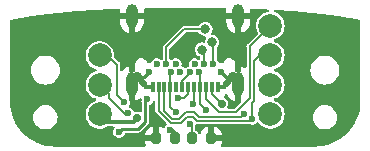
<source format=gbr>
%TF.GenerationSoftware,KiCad,Pcbnew,7.0.6*%
%TF.CreationDate,2023-12-15T10:42:07-08:00*%
%TF.ProjectId,UGC_USBC,5547435f-5553-4424-932e-6b696361645f,rev?*%
%TF.SameCoordinates,Original*%
%TF.FileFunction,Copper,L1,Top*%
%TF.FilePolarity,Positive*%
%FSLAX46Y46*%
G04 Gerber Fmt 4.6, Leading zero omitted, Abs format (unit mm)*
G04 Created by KiCad (PCBNEW 7.0.6) date 2023-12-15 10:42:07*
%MOMM*%
%LPD*%
G01*
G04 APERTURE LIST*
G04 Aperture macros list*
%AMRoundRect*
0 Rectangle with rounded corners*
0 $1 Rounding radius*
0 $2 $3 $4 $5 $6 $7 $8 $9 X,Y pos of 4 corners*
0 Add a 4 corners polygon primitive as box body*
4,1,4,$2,$3,$4,$5,$6,$7,$8,$9,$2,$3,0*
0 Add four circle primitives for the rounded corners*
1,1,$1+$1,$2,$3*
1,1,$1+$1,$4,$5*
1,1,$1+$1,$6,$7*
1,1,$1+$1,$8,$9*
0 Add four rect primitives between the rounded corners*
20,1,$1+$1,$2,$3,$4,$5,0*
20,1,$1+$1,$4,$5,$6,$7,0*
20,1,$1+$1,$6,$7,$8,$9,0*
20,1,$1+$1,$8,$9,$2,$3,0*%
G04 Aperture macros list end*
%TA.AperFunction,SMDPad,CuDef*%
%ADD10RoundRect,0.200000X0.200000X0.275000X-0.200000X0.275000X-0.200000X-0.275000X0.200000X-0.275000X0*%
%TD*%
%TA.AperFunction,SMDPad,CuDef*%
%ADD11R,0.350000X0.890000*%
%TD*%
%TA.AperFunction,ComponentPad*%
%ADD12C,0.600000*%
%TD*%
%TA.AperFunction,ComponentPad*%
%ADD13O,1.000000X2.000000*%
%TD*%
%TA.AperFunction,ComponentPad*%
%ADD14C,0.900000*%
%TD*%
%TA.AperFunction,SMDPad,CuDef*%
%ADD15RoundRect,0.200000X-0.200000X-0.275000X0.200000X-0.275000X0.200000X0.275000X-0.200000X0.275000X0*%
%TD*%
%TA.AperFunction,ViaPad*%
%ADD16C,0.700000*%
%TD*%
%TA.AperFunction,ViaPad*%
%ADD17C,0.800000*%
%TD*%
%TA.AperFunction,ViaPad*%
%ADD18C,2.000000*%
%TD*%
%TA.AperFunction,ViaPad*%
%ADD19C,0.600000*%
%TD*%
%TA.AperFunction,Conductor*%
%ADD20C,0.250000*%
%TD*%
%TA.AperFunction,Conductor*%
%ADD21C,0.200000*%
%TD*%
%TA.AperFunction,Conductor*%
%ADD22C,0.150000*%
%TD*%
%TA.AperFunction,Conductor*%
%ADD23C,0.350000*%
%TD*%
G04 APERTURE END LIST*
D10*
%TO.P,R1,1*%
%TO.N,GND*%
X231113600Y-158394400D03*
%TO.P,R1,2*%
%TO.N,CC1*%
X229463600Y-158394400D03*
%TD*%
D11*
%TO.P,J1,A1,GND*%
%TO.N,GND*%
X231666178Y-154017400D03*
%TO.P,J1,A2,SSTXP1*%
%TO.N,+3.3V_PRE*%
X231166178Y-154017400D03*
%TO.P,J1,A3,SSTXN1*%
%TO.N,N_CLOCK*%
X230666178Y-154017400D03*
%TO.P,J1,A4,VBUS*%
%TO.N,+5V_PRE*%
X230166178Y-154017400D03*
%TO.P,J1,A5,CC1*%
%TO.N,CC1*%
X229666178Y-154017400D03*
%TO.P,J1,A6,DP1*%
%TO.N,D+*%
X229166178Y-154017400D03*
%TO.P,J1,A7,DN1*%
%TO.N,D-*%
X228666178Y-154017400D03*
%TO.P,J1,A8,SBU1*%
%TO.N,unconnected-(J1-SBU1-PadA8)*%
X228166178Y-154017400D03*
%TO.P,J1,A9,VBUS*%
%TO.N,+5V_PRE*%
X227666178Y-154017400D03*
%TO.P,J1,A10,SSRXN2*%
%TO.N,N_LATCH*%
X227166178Y-154017400D03*
%TO.P,J1,A11,SSRXP2*%
%TO.N,N_DATA*%
X226666178Y-154017400D03*
%TO.P,J1,A12,GND*%
%TO.N,GND*%
X226166178Y-154017400D03*
D12*
%TO.P,J1,B1,GND*%
X225866178Y-152812400D03*
%TO.P,J1,B2,SSTXP2*%
%TO.N,+3.3V_PRE*%
X226516178Y-152112400D03*
%TO.P,J1,B3,SSTXN2*%
%TO.N,N_CLOCK*%
X227316178Y-152112400D03*
%TO.P,J1,B4,VBUS*%
%TO.N,+5V_PRE*%
X227716178Y-152812400D03*
%TO.P,J1,B5,CC2*%
%TO.N,CC2*%
X228116178Y-152112400D03*
%TO.P,J1,B6,DP2*%
%TO.N,D+*%
X228516178Y-152812400D03*
%TO.P,J1,B7,DN2*%
%TO.N,D-*%
X229316178Y-152812400D03*
%TO.P,J1,B8,SBU2*%
%TO.N,unconnected-(J1-SBU2-PadB8)*%
X229716178Y-152112400D03*
%TO.P,J1,B9,VBUS*%
%TO.N,+5V_PRE*%
X230116178Y-152812400D03*
%TO.P,J1,B10,SSRXN1*%
%TO.N,N_LATCH*%
X230516178Y-152112400D03*
%TO.P,J1,B11,SSRXP1*%
%TO.N,N_DATA*%
X231316178Y-152112400D03*
%TO.P,J1,B12,GND*%
%TO.N,GND*%
X231966178Y-152812400D03*
D13*
%TO.P,J1,SH1,SHIELD*%
X233416178Y-148012400D03*
D14*
%TO.P,J1,SH2,SHIELD*%
X232966178Y-153212400D03*
D13*
%TO.P,J1,SH3,SHIELD*%
X233416178Y-153762400D03*
%TO.P,J1,SH4,SHIELD*%
X224416178Y-148012400D03*
D14*
%TO.P,J1,SH5,SHIELD*%
X224866178Y-153212400D03*
D13*
%TO.P,J1,SH6,SHIELD*%
X224416178Y-153762400D03*
%TD*%
D15*
%TO.P,R2,1*%
%TO.N,GND*%
X226442000Y-158394400D03*
%TO.P,R2,2*%
%TO.N,CC2*%
X228092000Y-158394400D03*
%TD*%
D16*
%TO.N,GND*%
X238861600Y-153822400D03*
D17*
X228930200Y-150495000D03*
D16*
X238353600Y-154584400D03*
D18*
X221691200Y-148862400D03*
D16*
%TO.N,+3.3V_PRE*%
X232022829Y-155456574D03*
D18*
X236141200Y-156362400D03*
D19*
X225733060Y-155094760D03*
X223326942Y-157855587D03*
D17*
%TO.N,N_CLOCK*%
X230632000Y-149148800D03*
D18*
X236141200Y-148862400D03*
D19*
%TO.N,+5V_PRE*%
X228115158Y-156151348D03*
X230664205Y-155976669D03*
D18*
X221691200Y-156362400D03*
D16*
X224873189Y-156696784D03*
D19*
%TO.N,CC1*%
X229564447Y-155511215D03*
X229307073Y-157168869D03*
%TO.N,D+*%
X228276692Y-154985273D03*
X223728253Y-155356857D03*
D18*
X221691200Y-151362400D03*
%TO.N,D-*%
X221691200Y-153862400D03*
D19*
X224114421Y-156280630D03*
D18*
%TO.N,N_LATCH*%
X236141200Y-153862400D03*
D17*
X230327200Y-150876000D03*
D19*
X233920855Y-156319772D03*
D18*
%TO.N,N_DATA*%
X236141200Y-151362400D03*
D17*
X231190800Y-150266400D03*
D19*
X234622519Y-156733703D03*
%TO.N,CC2*%
X227609400Y-157683200D03*
%TD*%
D20*
%TO.N,GND*%
X225466178Y-153212400D02*
X225866178Y-152812400D01*
X224866178Y-153212400D02*
X225466178Y-153212400D01*
X232966178Y-153212400D02*
X232366178Y-153212400D01*
X231038400Y-158394400D02*
X231113600Y-158394400D01*
X232366178Y-153212400D02*
X231966178Y-152812400D01*
%TO.N,+3.3V_PRE*%
X223326942Y-157855587D02*
X223600929Y-157581600D01*
D21*
X232022829Y-155456574D02*
X231166178Y-154599923D01*
D20*
X223600929Y-157581600D02*
X224960628Y-157581600D01*
D21*
X231166178Y-154599923D02*
X231166178Y-154017400D01*
D20*
X225552000Y-155275820D02*
X225733060Y-155094760D01*
X224960628Y-157581600D02*
X225552000Y-156990228D01*
X225552000Y-156990228D02*
X225552000Y-155275820D01*
D22*
%TO.N,N_CLOCK*%
X228854000Y-149148800D02*
X230632000Y-149148800D01*
X231749600Y-156159200D02*
X233248200Y-156159200D01*
D21*
X230632000Y-149148800D02*
X230581200Y-149098000D01*
D22*
X230666178Y-155075778D02*
X231749600Y-156159200D01*
X227316178Y-152112400D02*
X227316178Y-150686622D01*
X227316178Y-150686622D02*
X228854000Y-149148800D01*
X233248200Y-156159200D02*
X234391200Y-155016200D01*
X234391200Y-150612400D02*
X236141200Y-148862400D01*
X230666178Y-154017400D02*
X230666178Y-155075778D01*
X234391200Y-155016200D02*
X234391200Y-150612400D01*
D21*
%TO.N,+5V_PRE*%
X228115158Y-156151348D02*
X227666178Y-155702368D01*
X227666178Y-155702368D02*
X227666178Y-154017400D01*
D23*
X222343905Y-157015105D02*
X221691200Y-156362400D01*
D21*
X230664205Y-155976669D02*
X230166178Y-155478642D01*
X227666178Y-152862400D02*
X227666178Y-154017400D01*
X230166178Y-152862400D02*
X230166178Y-154017400D01*
D23*
X224554868Y-157015105D02*
X222343905Y-157015105D01*
D21*
X227716178Y-152812400D02*
X227666178Y-152862400D01*
D23*
X224873189Y-156696784D02*
X224554868Y-157015105D01*
D21*
X230116178Y-152812400D02*
X230166178Y-152862400D01*
X230166178Y-155478642D02*
X230166178Y-154017400D01*
D22*
%TO.N,CC1*%
X229307073Y-157168869D02*
X229463600Y-157325396D01*
X229564447Y-155511215D02*
X229666178Y-155409484D01*
X229463600Y-157325396D02*
X229463600Y-158394400D01*
X229666178Y-155409484D02*
X229666178Y-154017400D01*
D21*
%TO.N,D+*%
X223113600Y-154742204D02*
X223113600Y-152146000D01*
X223113600Y-152146000D02*
X222330000Y-151362400D01*
D22*
X229166178Y-154627822D02*
X229166178Y-154017400D01*
D21*
X222330000Y-151362400D02*
X221691200Y-151362400D01*
X223728253Y-155356857D02*
X223113600Y-154742204D01*
D22*
X228276692Y-154985273D02*
X228808727Y-154985273D01*
X228808727Y-154985273D02*
X229166178Y-154627822D01*
D21*
%TO.N,D-*%
X222453200Y-154975289D02*
X222453200Y-154624400D01*
D22*
X229316178Y-152812400D02*
X229316178Y-152851479D01*
D21*
X224114421Y-156280630D02*
X224083451Y-156311600D01*
X222453200Y-154624400D02*
X221691200Y-153862400D01*
D22*
X228666178Y-153501479D02*
X228666178Y-154017400D01*
X229316178Y-152851479D02*
X228666178Y-153501479D01*
D21*
X223789511Y-156311600D02*
X222453200Y-154975289D01*
X224083451Y-156311600D02*
X223789511Y-156311600D01*
D22*
%TO.N,N_LATCH*%
X235926000Y-153862400D02*
X236141200Y-153862400D01*
X227166178Y-156046178D02*
X227166178Y-154017400D01*
X233920855Y-156319772D02*
X233673349Y-156567278D01*
X228955600Y-156159200D02*
X228388452Y-156726348D01*
X227846348Y-156726348D02*
X227166178Y-156046178D01*
D21*
X230327200Y-150876000D02*
X230516178Y-151064978D01*
D22*
X233673349Y-156567278D02*
X230074878Y-156567278D01*
X229666800Y-156159200D02*
X228955600Y-156159200D01*
X230074878Y-156567278D02*
X229666800Y-156159200D01*
D21*
X230516178Y-151064978D02*
X230516178Y-152112400D01*
D22*
X228388452Y-156726348D02*
X227846348Y-156726348D01*
%TO.N,N_DATA*%
X229920800Y-156921200D02*
X229565200Y-156565600D01*
D21*
X231190800Y-150469600D02*
X231316178Y-150594978D01*
D22*
X234622519Y-155369081D02*
X234759408Y-155232192D01*
X234759408Y-155232192D02*
X234759408Y-151879392D01*
D21*
X231316178Y-150594978D02*
X231316178Y-152112400D01*
D22*
X226666178Y-156054178D02*
X226666178Y-154017400D01*
X234759408Y-151879392D02*
X235276400Y-151362400D01*
X229565200Y-156565600D02*
X229057200Y-156565600D01*
X227688348Y-157076348D02*
X226666178Y-156054178D01*
X235276400Y-151362400D02*
X236141200Y-151362400D01*
D21*
X231190800Y-150266400D02*
X231190800Y-150469600D01*
D22*
X234435022Y-156921200D02*
X229920800Y-156921200D01*
X234622519Y-156733703D02*
X234622519Y-155369081D01*
X234622519Y-156733703D02*
X234435022Y-156921200D01*
X234606013Y-156717197D02*
X234491997Y-156717197D01*
X228546452Y-157076348D02*
X227688348Y-157076348D01*
X229057200Y-156565600D02*
X228546452Y-157076348D01*
X234622519Y-156733703D02*
X234606013Y-156717197D01*
%TO.N,CC2*%
X228092000Y-157886400D02*
X228092000Y-158394400D01*
X227609400Y-157683200D02*
X227888800Y-157683200D01*
X227888800Y-157683200D02*
X228092000Y-157886400D01*
%TD*%
%TA.AperFunction,Conductor*%
%TO.N,GND*%
G36*
X229032357Y-147347646D02*
G01*
X229147248Y-147347710D01*
X229262849Y-147347821D01*
X229379689Y-147347981D01*
X229493339Y-147348185D01*
X229611852Y-147348448D01*
X229727092Y-147348759D01*
X229843599Y-147349125D01*
X229958367Y-147349543D01*
X230076396Y-147350031D01*
X230190936Y-147350562D01*
X230308113Y-147351169D01*
X230422958Y-147351826D01*
X230538538Y-147352551D01*
X230655951Y-147353354D01*
X230770848Y-147354209D01*
X230886750Y-147355140D01*
X231004349Y-147356158D01*
X231119336Y-147357227D01*
X231236793Y-147358395D01*
X231351636Y-147359613D01*
X231467090Y-147360916D01*
X231584534Y-147362324D01*
X231699593Y-147363785D01*
X231814929Y-147365333D01*
X231931000Y-147366978D01*
X232047223Y-147368713D01*
X232162787Y-147370529D01*
X232278560Y-147372438D01*
X232280147Y-147372465D01*
X232318891Y-147373136D01*
X232376745Y-147393047D01*
X232411848Y-147443161D01*
X232416178Y-147472121D01*
X232416178Y-147762399D01*
X232416179Y-147762400D01*
X233116178Y-147762400D01*
X233116178Y-148262400D01*
X232416179Y-148262400D01*
X232416178Y-148262401D01*
X232416178Y-148563113D01*
X232431596Y-148714735D01*
X232431597Y-148714737D01*
X232492481Y-148908791D01*
X232492482Y-148908792D01*
X232591175Y-149086604D01*
X232591186Y-149086619D01*
X232723652Y-149240925D01*
X232723664Y-149240936D01*
X232884484Y-149365419D01*
X232884486Y-149365420D01*
X233067080Y-149454986D01*
X233166178Y-149480644D01*
X233166178Y-148628510D01*
X233190635Y-148668010D01*
X233280140Y-148735601D01*
X233388018Y-148766295D01*
X233499699Y-148755946D01*
X233600100Y-148705952D01*
X233666178Y-148633469D01*
X233666178Y-149485765D01*
X233668119Y-149485469D01*
X233858844Y-149414833D01*
X234031442Y-149307252D01*
X234031448Y-149307247D01*
X234178847Y-149167133D01*
X234295029Y-149000212D01*
X234295035Y-149000201D01*
X234375238Y-148813305D01*
X234375239Y-148813302D01*
X234416177Y-148614096D01*
X234416178Y-148614088D01*
X234416178Y-148262401D01*
X234416177Y-148262400D01*
X233716178Y-148262400D01*
X233716178Y-147762400D01*
X234416177Y-147762400D01*
X234416178Y-147762399D01*
X234416178Y-147529150D01*
X234435085Y-147470959D01*
X234484585Y-147434995D01*
X234518771Y-147430215D01*
X234636946Y-147434510D01*
X234754828Y-147438933D01*
X234873352Y-147443523D01*
X234991379Y-147448239D01*
X235050582Y-147450677D01*
X235109784Y-147453116D01*
X235228016Y-147458134D01*
X235228016Y-147458135D01*
X235345708Y-147463283D01*
X235463848Y-147468604D01*
X235581861Y-147474073D01*
X235699391Y-147479678D01*
X235817186Y-147485454D01*
X235891185Y-147489184D01*
X235948348Y-147510996D01*
X235981775Y-147562243D01*
X235978695Y-147623351D01*
X235940286Y-147670978D01*
X235904392Y-147685372D01*
X235811261Y-147702781D01*
X235709838Y-147742073D01*
X235603799Y-147783153D01*
X235414637Y-147900275D01*
X235414638Y-147900276D01*
X235262491Y-148038977D01*
X235250219Y-148050164D01*
X235236680Y-148068093D01*
X235116143Y-148227709D01*
X235116138Y-148227718D01*
X235016972Y-148426869D01*
X234956085Y-148640864D01*
X234940107Y-148813302D01*
X234935557Y-148862400D01*
X234956085Y-149083936D01*
X235000755Y-149240936D01*
X235016972Y-149297930D01*
X235084640Y-149433827D01*
X235093653Y-149494345D01*
X235066023Y-149547959D01*
X234222467Y-150391515D01*
X234207469Y-150403823D01*
X234192579Y-150413773D01*
X234192577Y-150413775D01*
X234192576Y-150413776D01*
X234186302Y-150423166D01*
X234131685Y-150504904D01*
X234116921Y-150579127D01*
X234110303Y-150612399D01*
X234110303Y-150612403D01*
X234113797Y-150629972D01*
X234115699Y-150649283D01*
X234115700Y-152337464D01*
X234096793Y-152395655D01*
X234047293Y-152431619D01*
X233986107Y-152431619D01*
X233956102Y-152415751D01*
X233947871Y-152409380D01*
X233947869Y-152409379D01*
X233765275Y-152319813D01*
X233666178Y-152294154D01*
X233666178Y-152725742D01*
X233647271Y-152783933D01*
X233597771Y-152819897D01*
X233550325Y-152823297D01*
X233499808Y-152814570D01*
X233458480Y-152807430D01*
X233458478Y-152807430D01*
X233458477Y-152807430D01*
X233411582Y-152811696D01*
X233407095Y-152811900D01*
X233265178Y-152811900D01*
X233206987Y-152792993D01*
X233171023Y-152743493D01*
X233166178Y-152712900D01*
X233166178Y-152280321D01*
X233157800Y-152269026D01*
X233138320Y-152211025D01*
X233141040Y-152191425D01*
X233140670Y-152191372D01*
X233141675Y-152184368D01*
X233141678Y-152184361D01*
X233141678Y-152040439D01*
X233140247Y-152035567D01*
X233127898Y-151993508D01*
X233101131Y-151902347D01*
X233101128Y-151902342D01*
X233023322Y-151781273D01*
X232995966Y-151757569D01*
X232914551Y-151687023D01*
X232901144Y-151680900D01*
X232783634Y-151627234D01*
X232676982Y-151611900D01*
X232676977Y-151611900D01*
X232605379Y-151611900D01*
X232605374Y-151611900D01*
X232498721Y-151627234D01*
X232367806Y-151687022D01*
X232259033Y-151781273D01*
X232181227Y-151902342D01*
X232181223Y-151902351D01*
X232167926Y-151947634D01*
X232133389Y-151998140D01*
X232075761Y-152018700D01*
X232061853Y-152018118D01*
X231966177Y-152007338D01*
X231896972Y-152015135D01*
X231837031Y-152002861D01*
X231795836Y-151957884D01*
X231770474Y-151902351D01*
X231741555Y-151839027D01*
X231647306Y-151730257D01*
X231647305Y-151730256D01*
X231642669Y-151724906D01*
X231644701Y-151723144D01*
X231619244Y-151680900D01*
X231616677Y-151658504D01*
X231616677Y-151224529D01*
X231616677Y-150731417D01*
X231635584Y-150673229D01*
X231637056Y-150671256D01*
X231715336Y-150569241D01*
X231775844Y-150423162D01*
X231796482Y-150266400D01*
X231775844Y-150109638D01*
X231774716Y-150106914D01*
X231715337Y-149963561D01*
X231715337Y-149963560D01*
X231619086Y-149838123D01*
X231619085Y-149838122D01*
X231619082Y-149838118D01*
X231619077Y-149838114D01*
X231619076Y-149838113D01*
X231534725Y-149773389D01*
X231493641Y-149741864D01*
X231493640Y-149741863D01*
X231493638Y-149741862D01*
X231347566Y-149681357D01*
X231347558Y-149681355D01*
X231184367Y-149659871D01*
X231184772Y-149656791D01*
X231138667Y-149641811D01*
X231102703Y-149592311D01*
X231102703Y-149531125D01*
X231118313Y-149501453D01*
X231156536Y-149451641D01*
X231217044Y-149305562D01*
X231237682Y-149148800D01*
X231217044Y-148992038D01*
X231217042Y-148992033D01*
X231156537Y-148845961D01*
X231156537Y-148845960D01*
X231060286Y-148720523D01*
X231060285Y-148720522D01*
X231060282Y-148720518D01*
X231060277Y-148720514D01*
X231060276Y-148720513D01*
X230989104Y-148665901D01*
X230934841Y-148624264D01*
X230934840Y-148624263D01*
X230934838Y-148624262D01*
X230788766Y-148563757D01*
X230788758Y-148563755D01*
X230632001Y-148543118D01*
X230631999Y-148543118D01*
X230475241Y-148563755D01*
X230475233Y-148563757D01*
X230329161Y-148624262D01*
X230329160Y-148624262D01*
X230203723Y-148720513D01*
X230203714Y-148720522D01*
X230192144Y-148735601D01*
X230116204Y-148834567D01*
X230065782Y-148869223D01*
X230037664Y-148873300D01*
X228890884Y-148873300D01*
X228871571Y-148871398D01*
X228854000Y-148867903D01*
X228853997Y-148867903D01*
X228834695Y-148871741D01*
X228834683Y-148871745D01*
X228810627Y-148876530D01*
X228746505Y-148889285D01*
X228746503Y-148889286D01*
X228746504Y-148889286D01*
X228746501Y-148889287D01*
X228725282Y-148903465D01*
X228717312Y-148908792D01*
X228714817Y-148910459D01*
X228680962Y-148933078D01*
X228680958Y-148933082D01*
X228655377Y-148950175D01*
X228655372Y-148950180D01*
X228645423Y-148965069D01*
X228633115Y-148980067D01*
X227147445Y-150465737D01*
X227132447Y-150478045D01*
X227117557Y-150487995D01*
X227117555Y-150487997D01*
X227056663Y-150579126D01*
X227044393Y-150640811D01*
X227035281Y-150686621D01*
X227038776Y-150704191D01*
X227040678Y-150723505D01*
X227040678Y-151640449D01*
X227021771Y-151698640D01*
X226995203Y-151723732D01*
X226985055Y-151730254D01*
X226985047Y-151730259D01*
X226981008Y-151733759D01*
X226924649Y-151757576D01*
X226865054Y-151743717D01*
X226851348Y-151733759D01*
X226847305Y-151730256D01*
X226726235Y-151652449D01*
X226726232Y-151652447D01*
X226726231Y-151652447D01*
X226726228Y-151652446D01*
X226588142Y-151611900D01*
X226588139Y-151611900D01*
X226444217Y-151611900D01*
X226444213Y-151611900D01*
X226306127Y-151652446D01*
X226306120Y-151652449D01*
X226185051Y-151730255D01*
X226090800Y-151839028D01*
X226036519Y-151957884D01*
X225995147Y-152002961D01*
X225935383Y-152015135D01*
X225866178Y-152007338D01*
X225770501Y-152018118D01*
X225710559Y-152005844D01*
X225669279Y-151960682D01*
X225664427Y-151947631D01*
X225662201Y-151940049D01*
X225651131Y-151902347D01*
X225651128Y-151902342D01*
X225573322Y-151781273D01*
X225545966Y-151757569D01*
X225464551Y-151687023D01*
X225451144Y-151680900D01*
X225333634Y-151627234D01*
X225226982Y-151611900D01*
X225226977Y-151611900D01*
X225155379Y-151611900D01*
X225155374Y-151611900D01*
X225048721Y-151627234D01*
X224917806Y-151687022D01*
X224809033Y-151781273D01*
X224731227Y-151902342D01*
X224731224Y-151902349D01*
X224690678Y-152040435D01*
X224690678Y-152184359D01*
X224691686Y-152191371D01*
X224689760Y-152191647D01*
X224688280Y-152243324D01*
X224674559Y-152269020D01*
X224666178Y-152280320D01*
X224666178Y-152712900D01*
X224647271Y-152771091D01*
X224597771Y-152807055D01*
X224567178Y-152811900D01*
X224425498Y-152811900D01*
X224421023Y-152811697D01*
X224400427Y-152809826D01*
X224373860Y-152807413D01*
X224373854Y-152807413D01*
X224344988Y-152812404D01*
X224282042Y-152823286D01*
X224221483Y-152814570D01*
X224177612Y-152771920D01*
X224166178Y-152725734D01*
X224166178Y-152289033D01*
X224166177Y-152289032D01*
X224164237Y-152289330D01*
X224164236Y-152289330D01*
X223973511Y-152359966D01*
X223800913Y-152467547D01*
X223800907Y-152467552D01*
X223653508Y-152607666D01*
X223594355Y-152692653D01*
X223545594Y-152729613D01*
X223484421Y-152730852D01*
X223434203Y-152695898D01*
X223414120Y-152638103D01*
X223414100Y-152636097D01*
X223414100Y-152211169D01*
X223416331Y-152197496D01*
X223415105Y-152197325D01*
X223416373Y-152188233D01*
X223414153Y-152140216D01*
X223414100Y-152137929D01*
X223414100Y-152118160D01*
X223414100Y-152118156D01*
X223413446Y-152114664D01*
X223412656Y-152107859D01*
X223411185Y-152076009D01*
X223407213Y-152067014D01*
X223400465Y-152045220D01*
X223398661Y-152035567D01*
X223381878Y-152008462D01*
X223378685Y-152002406D01*
X223369690Y-151982031D01*
X223365807Y-151973236D01*
X223358857Y-151966286D01*
X223344688Y-151948396D01*
X223339520Y-151940049D01*
X223339519Y-151940048D01*
X223314083Y-151920839D01*
X223308906Y-151916334D01*
X222917673Y-151525102D01*
X222889896Y-151470585D01*
X222889099Y-151445963D01*
X222890422Y-151431686D01*
X222896843Y-151362400D01*
X222876315Y-151140864D01*
X222815429Y-150926872D01*
X222716258Y-150727711D01*
X222582181Y-150550164D01*
X222417762Y-150400276D01*
X222228601Y-150283153D01*
X222021140Y-150202782D01*
X222021139Y-150202781D01*
X222021137Y-150202781D01*
X221802443Y-150161900D01*
X221579957Y-150161900D01*
X221361262Y-150202781D01*
X221284997Y-150232326D01*
X221153799Y-150283153D01*
X220978788Y-150391515D01*
X220964638Y-150400276D01*
X220800220Y-150550163D01*
X220666143Y-150727709D01*
X220666138Y-150727718D01*
X220592302Y-150876000D01*
X220566971Y-150926872D01*
X220506085Y-151140864D01*
X220485557Y-151362400D01*
X220506085Y-151583936D01*
X220566971Y-151797928D01*
X220666142Y-151997089D01*
X220800219Y-152174636D01*
X220964638Y-152324524D01*
X221153799Y-152441647D01*
X221356271Y-152520085D01*
X221403702Y-152558737D01*
X221419356Y-152617886D01*
X221397253Y-152674940D01*
X221356271Y-152704714D01*
X221153799Y-152783153D01*
X221007592Y-152873680D01*
X220964638Y-152900276D01*
X220914926Y-152945595D01*
X220800219Y-153050164D01*
X220763793Y-153098400D01*
X220666143Y-153227709D01*
X220666138Y-153227718D01*
X220569300Y-153422194D01*
X220566971Y-153426872D01*
X220506085Y-153640864D01*
X220485557Y-153862400D01*
X220506085Y-154083936D01*
X220550208Y-154239013D01*
X220566972Y-154297930D01*
X220615405Y-154395197D01*
X220666142Y-154497089D01*
X220800219Y-154674636D01*
X220964638Y-154824524D01*
X221153799Y-154941647D01*
X221356271Y-155020085D01*
X221403702Y-155058737D01*
X221419356Y-155117886D01*
X221397253Y-155174940D01*
X221356271Y-155204714D01*
X221153799Y-155283153D01*
X221016554Y-155368131D01*
X220964638Y-155400276D01*
X220870854Y-155485772D01*
X220800219Y-155550164D01*
X220771949Y-155587600D01*
X220666143Y-155727709D01*
X220666138Y-155727718D01*
X220574598Y-155911555D01*
X220566971Y-155926872D01*
X220506085Y-156140864D01*
X220485557Y-156362400D01*
X220506085Y-156583936D01*
X220566971Y-156797928D01*
X220666142Y-156997089D01*
X220800219Y-157174636D01*
X220964638Y-157324524D01*
X221153799Y-157441647D01*
X221361260Y-157522018D01*
X221579957Y-157562900D01*
X221802443Y-157562900D01*
X222021140Y-157522018D01*
X222228601Y-157441647D01*
X222286051Y-157406074D01*
X222334076Y-157391332D01*
X222350226Y-157390664D01*
X222351662Y-157390605D01*
X222850815Y-157390605D01*
X222909006Y-157409512D01*
X222944970Y-157459012D01*
X222944970Y-157520198D01*
X222925635Y-157554434D01*
X222916982Y-157564422D01*
X222901564Y-157582215D01*
X222841776Y-157713130D01*
X222821295Y-157855584D01*
X222821295Y-157855589D01*
X222841776Y-157998043D01*
X222882805Y-158087882D01*
X222901565Y-158128960D01*
X222995814Y-158237730D01*
X222995815Y-158237731D01*
X223116884Y-158315537D01*
X223116889Y-158315540D01*
X223223345Y-158346798D01*
X223254977Y-158356086D01*
X223254978Y-158356086D01*
X223254981Y-158356087D01*
X223254983Y-158356087D01*
X223398901Y-158356087D01*
X223398903Y-158356087D01*
X223536995Y-158315540D01*
X223658070Y-158237730D01*
X223738942Y-158144398D01*
X225541999Y-158144398D01*
X225542001Y-158144400D01*
X226191999Y-158144400D01*
X226192000Y-158144398D01*
X226192000Y-157419400D01*
X226191998Y-157419399D01*
X226185425Y-157419400D01*
X226114896Y-157425808D01*
X226114890Y-157425810D01*
X225952607Y-157476379D01*
X225952599Y-157476382D01*
X225807127Y-157564324D01*
X225686924Y-157684527D01*
X225598982Y-157829999D01*
X225598979Y-157830007D01*
X225548410Y-157992289D01*
X225548408Y-157992295D01*
X225542000Y-158062818D01*
X225542000Y-158062831D01*
X225541999Y-158144398D01*
X223738942Y-158144398D01*
X223752319Y-158128960D01*
X223812107Y-157998044D01*
X223812675Y-157994094D01*
X223812975Y-157992012D01*
X223839970Y-157937104D01*
X223894084Y-157908550D01*
X223910967Y-157907100D01*
X224944254Y-157907100D01*
X224948554Y-157907287D01*
X224989435Y-157910864D01*
X225029080Y-157900240D01*
X225033278Y-157899310D01*
X225073673Y-157892188D01*
X225074973Y-157891438D01*
X225098864Y-157881542D01*
X225099092Y-157881480D01*
X225100312Y-157881154D01*
X225133931Y-157857612D01*
X225137539Y-157855314D01*
X225173083Y-157834794D01*
X225199455Y-157803363D01*
X225202354Y-157800198D01*
X225770588Y-157231965D01*
X225773766Y-157229052D01*
X225805194Y-157202683D01*
X225825712Y-157167142D01*
X225828017Y-157163524D01*
X225851554Y-157129912D01*
X225851941Y-157128464D01*
X225861838Y-157104573D01*
X225862586Y-157103276D01*
X225862585Y-157103276D01*
X225862588Y-157103273D01*
X225869713Y-157062856D01*
X225870641Y-157058671D01*
X225881263Y-157019035D01*
X225877687Y-156978159D01*
X225877499Y-156973885D01*
X225877500Y-155648089D01*
X225896407Y-155589898D01*
X225937697Y-155559898D01*
X225936672Y-155557654D01*
X225943105Y-155554715D01*
X225943113Y-155554713D01*
X226064188Y-155476903D01*
X226158437Y-155368133D01*
X226195799Y-155286322D01*
X226201625Y-155273566D01*
X226242997Y-155228489D01*
X226302964Y-155216338D01*
X226358620Y-155241756D01*
X226388706Y-155295033D01*
X226390678Y-155314693D01*
X226390678Y-156017293D01*
X226388776Y-156036605D01*
X226385281Y-156054177D01*
X226385281Y-156054180D01*
X226389489Y-156075340D01*
X226389494Y-156075360D01*
X226390678Y-156081310D01*
X226390678Y-156081311D01*
X226406663Y-156161673D01*
X226406664Y-156161674D01*
X226406665Y-156161676D01*
X226432361Y-156200133D01*
X226450941Y-156227940D01*
X226465709Y-156250042D01*
X226467554Y-156252802D01*
X226482444Y-156262751D01*
X226497447Y-156275063D01*
X227340653Y-157118269D01*
X227368430Y-157172786D01*
X227358859Y-157233218D01*
X227324174Y-157271556D01*
X227278273Y-157301055D01*
X227184021Y-157409828D01*
X227151714Y-157480571D01*
X227110341Y-157525649D01*
X227050375Y-157537799D01*
X227010445Y-157524167D01*
X226931397Y-157476381D01*
X226931392Y-157476379D01*
X226769110Y-157425810D01*
X226769104Y-157425808D01*
X226698581Y-157419400D01*
X226692001Y-157419400D01*
X226692000Y-157419401D01*
X226692000Y-158545400D01*
X226673093Y-158603591D01*
X226623593Y-158639555D01*
X226593000Y-158644400D01*
X225542002Y-158644400D01*
X225542001Y-158644401D01*
X225542001Y-158725982D01*
X225548408Y-158796503D01*
X225548410Y-158796509D01*
X225599227Y-158959587D01*
X225598488Y-159020768D01*
X225561929Y-159069830D01*
X225504710Y-159088040D01*
X217917421Y-159088040D01*
X217914992Y-159087980D01*
X217546942Y-159069900D01*
X217541302Y-159069622D01*
X217536470Y-159069146D01*
X217167600Y-159014429D01*
X217162843Y-159013483D01*
X216801099Y-158922871D01*
X216796460Y-158921465D01*
X216620899Y-158858648D01*
X216445344Y-158795834D01*
X216440853Y-158793974D01*
X216347940Y-158750030D01*
X216103739Y-158634532D01*
X216099470Y-158632250D01*
X215779607Y-158440533D01*
X215775571Y-158437836D01*
X215476040Y-158215690D01*
X215472290Y-158212613D01*
X215195982Y-157962184D01*
X215192548Y-157958750D01*
X214942111Y-157682439D01*
X214939028Y-157678682D01*
X214788989Y-157476381D01*
X214716885Y-157379161D01*
X214714189Y-157375125D01*
X214522473Y-157055272D01*
X214520181Y-157050985D01*
X214360740Y-156713881D01*
X214358880Y-156709390D01*
X214324177Y-156612403D01*
X216052878Y-156612403D01*
X216072676Y-156813428D01*
X216072677Y-156813433D01*
X216131317Y-157006741D01*
X216131319Y-157006746D01*
X216226539Y-157184891D01*
X216331952Y-157313337D01*
X216354693Y-157341047D01*
X216370172Y-157353750D01*
X216510848Y-157469200D01*
X216688993Y-157564420D01*
X216688999Y-157564423D01*
X216823667Y-157605273D01*
X216882306Y-157623062D01*
X216882311Y-157623063D01*
X217083337Y-157642862D01*
X217083340Y-157642862D01*
X217083343Y-157642862D01*
X217284368Y-157623063D01*
X217284373Y-157623062D01*
X217284372Y-157623062D01*
X217477681Y-157564423D01*
X217642396Y-157476381D01*
X217655831Y-157469200D01*
X217655832Y-157469198D01*
X217655834Y-157469198D01*
X217811987Y-157341047D01*
X217940138Y-157184894D01*
X217940701Y-157183842D01*
X218007987Y-157057958D01*
X218035363Y-157006741D01*
X218094002Y-156813433D01*
X218094003Y-156813428D01*
X218113802Y-156612403D01*
X218113802Y-156612396D01*
X218094003Y-156411371D01*
X218094002Y-156411366D01*
X218057725Y-156291778D01*
X218035363Y-156218059D01*
X218025782Y-156200134D01*
X217940140Y-156039908D01*
X217811991Y-155883758D01*
X217811987Y-155883753D01*
X217811981Y-155883748D01*
X217655831Y-155755599D01*
X217477686Y-155660379D01*
X217477681Y-155660377D01*
X217284373Y-155601737D01*
X217284368Y-155601736D01*
X217083343Y-155581938D01*
X217083337Y-155581938D01*
X216882311Y-155601736D01*
X216882306Y-155601737D01*
X216688998Y-155660377D01*
X216688993Y-155660379D01*
X216510848Y-155755599D01*
X216354698Y-155883748D01*
X216354688Y-155883758D01*
X216226539Y-156039908D01*
X216131319Y-156218053D01*
X216131317Y-156218058D01*
X216072677Y-156411366D01*
X216072676Y-156411371D01*
X216052878Y-156612396D01*
X216052878Y-156612403D01*
X214324177Y-156612403D01*
X214233248Y-156358280D01*
X214231837Y-156353628D01*
X214141224Y-155991895D01*
X214140279Y-155987148D01*
X214085555Y-155618250D01*
X214085081Y-155613433D01*
X214066760Y-155240559D01*
X214066700Y-155238129D01*
X214066700Y-152612403D01*
X215853159Y-152612403D01*
X215871846Y-152826011D01*
X215871847Y-152826018D01*
X215871848Y-152826019D01*
X215927348Y-153033147D01*
X216009401Y-153209110D01*
X216017972Y-153227491D01*
X216017972Y-153227492D01*
X216132357Y-153390849D01*
X216140967Y-153403145D01*
X216292595Y-153554773D01*
X216292598Y-153554775D01*
X216292599Y-153554776D01*
X216468247Y-153677767D01*
X216468248Y-153677767D01*
X216468249Y-153677768D01*
X216662593Y-153768392D01*
X216869721Y-153823892D01*
X216869725Y-153823892D01*
X216869728Y-153823893D01*
X217083337Y-153842581D01*
X217083340Y-153842581D01*
X217083343Y-153842581D01*
X217296951Y-153823893D01*
X217296952Y-153823892D01*
X217296959Y-153823892D01*
X217504087Y-153768392D01*
X217698431Y-153677768D01*
X217874085Y-153554773D01*
X218025713Y-153403145D01*
X218148708Y-153227491D01*
X218239332Y-153033147D01*
X218294832Y-152826019D01*
X218296024Y-152812403D01*
X218313521Y-152612403D01*
X218313521Y-152612396D01*
X218294833Y-152398788D01*
X218294832Y-152398785D01*
X218294832Y-152398781D01*
X218239332Y-152191653D01*
X218219289Y-152148670D01*
X218148713Y-151997319D01*
X218148709Y-151997312D01*
X218148547Y-151997081D01*
X218025713Y-151821655D01*
X217874085Y-151670027D01*
X217874081Y-151670024D01*
X217874080Y-151670023D01*
X217698432Y-151547032D01*
X217633649Y-151516824D01*
X217504087Y-151456408D01*
X217296959Y-151400908D01*
X217296958Y-151400907D01*
X217296951Y-151400906D01*
X217083343Y-151382219D01*
X217083337Y-151382219D01*
X216869728Y-151400906D01*
X216662589Y-151456409D01*
X216468259Y-151547026D01*
X216468252Y-151547030D01*
X216292599Y-151670023D01*
X216140963Y-151821659D01*
X216017970Y-151997312D01*
X216017966Y-151997319D01*
X215927349Y-152191649D01*
X215871846Y-152398788D01*
X215853159Y-152612396D01*
X215853159Y-152612403D01*
X214066700Y-152612403D01*
X214066700Y-148446846D01*
X214085607Y-148388655D01*
X214135107Y-148352691D01*
X214148181Y-148349409D01*
X214226767Y-148335288D01*
X214368294Y-148310209D01*
X214510022Y-148285454D01*
X214651906Y-148261032D01*
X214793175Y-148237076D01*
X214934537Y-148213467D01*
X215076364Y-148190147D01*
X215218091Y-148167212D01*
X215359609Y-148144680D01*
X215501512Y-148122457D01*
X215643302Y-148100623D01*
X215785408Y-148079115D01*
X215927668Y-148057958D01*
X216069595Y-148037226D01*
X216212325Y-148016754D01*
X216375563Y-147993807D01*
X216537767Y-147971509D01*
X216699690Y-147949750D01*
X216861401Y-147928515D01*
X217023031Y-147907788D01*
X217083041Y-147900276D01*
X217184001Y-147887638D01*
X217345116Y-147867960D01*
X217353914Y-147866912D01*
X217505855Y-147848813D01*
X217666461Y-147830164D01*
X217826961Y-147812007D01*
X217987504Y-147794318D01*
X218148060Y-147777097D01*
X218308272Y-147760376D01*
X218469331Y-147744028D01*
X218629920Y-147728183D01*
X218790985Y-147712739D01*
X218952012Y-147697742D01*
X219113481Y-147683142D01*
X219275505Y-147668922D01*
X219437536Y-147655128D01*
X219599837Y-147641727D01*
X219762539Y-147628704D01*
X219896770Y-147618292D01*
X219926190Y-147616010D01*
X220090253Y-147603681D01*
X220255007Y-147591691D01*
X220420056Y-147580062D01*
X220585867Y-147568753D01*
X220752057Y-147557785D01*
X220919605Y-147547084D01*
X221087570Y-147536709D01*
X221256624Y-147526607D01*
X221425861Y-147516828D01*
X221543970Y-147510202D01*
X221662043Y-147503750D01*
X221779454Y-147497503D01*
X221896815Y-147491422D01*
X222015212Y-147485454D01*
X222133007Y-147479678D01*
X222250537Y-147474073D01*
X222368550Y-147468604D01*
X222486690Y-147463283D01*
X222604387Y-147458135D01*
X222722617Y-147453116D01*
X222840986Y-147448240D01*
X222840985Y-147448239D01*
X222959019Y-147443525D01*
X223077606Y-147438932D01*
X223195420Y-147434511D01*
X223195419Y-147434510D01*
X223313584Y-147430216D01*
X223372420Y-147446996D01*
X223410159Y-147495157D01*
X223416178Y-147529150D01*
X223416178Y-147762398D01*
X223416179Y-147762400D01*
X224116178Y-147762400D01*
X224116178Y-148262400D01*
X223416178Y-148262400D01*
X223416178Y-148563113D01*
X223431596Y-148714735D01*
X223431597Y-148714737D01*
X223492481Y-148908791D01*
X223492482Y-148908792D01*
X223591175Y-149086604D01*
X223591186Y-149086619D01*
X223723652Y-149240925D01*
X223723664Y-149240936D01*
X223884484Y-149365419D01*
X223884486Y-149365420D01*
X224067080Y-149454986D01*
X224166178Y-149480644D01*
X224166178Y-148628510D01*
X224190635Y-148668010D01*
X224280140Y-148735601D01*
X224388018Y-148766295D01*
X224499699Y-148755946D01*
X224600100Y-148705952D01*
X224666178Y-148633469D01*
X224666178Y-149485765D01*
X224668119Y-149485469D01*
X224858844Y-149414833D01*
X225031442Y-149307252D01*
X225031448Y-149307247D01*
X225178847Y-149167133D01*
X225295029Y-149000212D01*
X225295035Y-149000201D01*
X225375238Y-148813305D01*
X225375239Y-148813302D01*
X225416177Y-148614096D01*
X225416178Y-148614088D01*
X225416178Y-148262401D01*
X225416177Y-148262400D01*
X224716178Y-148262400D01*
X224716178Y-147762400D01*
X225416177Y-147762400D01*
X225416178Y-147762399D01*
X225416178Y-147472122D01*
X225435085Y-147413931D01*
X225484585Y-147377967D01*
X225513464Y-147373137D01*
X225553818Y-147372438D01*
X225669614Y-147370529D01*
X225785158Y-147368713D01*
X225901395Y-147366978D01*
X226017486Y-147365333D01*
X226132805Y-147363785D01*
X226247864Y-147362324D01*
X226365308Y-147360916D01*
X226480747Y-147359613D01*
X226595607Y-147358395D01*
X226713064Y-147357227D01*
X226828049Y-147356158D01*
X226945633Y-147355140D01*
X227061566Y-147354209D01*
X227176437Y-147353354D01*
X227293871Y-147352551D01*
X227409431Y-147351826D01*
X227524285Y-147351169D01*
X227641471Y-147350562D01*
X227756002Y-147350031D01*
X227874031Y-147349543D01*
X227988798Y-147349125D01*
X228105312Y-147348759D01*
X228220542Y-147348448D01*
X228339054Y-147348185D01*
X228452709Y-147347981D01*
X228569549Y-147347821D01*
X228685150Y-147347710D01*
X228800041Y-147347646D01*
X228916199Y-147347624D01*
X229032357Y-147347646D01*
G37*
%TD.AperFunction*%
%TA.AperFunction,Conductor*%
G36*
X236548166Y-147525011D02*
G01*
X236575774Y-147526608D01*
X236744853Y-147536709D01*
X236744853Y-147536710D01*
X236912759Y-147547082D01*
X237080371Y-147557787D01*
X237246534Y-147568754D01*
X237412287Y-147580058D01*
X237577366Y-147591690D01*
X237742120Y-147603679D01*
X237906208Y-147616010D01*
X237935628Y-147618292D01*
X238069884Y-147628706D01*
X238232559Y-147641726D01*
X238232560Y-147641727D01*
X238394865Y-147655128D01*
X238556893Y-147668922D01*
X238569965Y-147670069D01*
X238718914Y-147683142D01*
X238880387Y-147697742D01*
X238880420Y-147697745D01*
X239041414Y-147712739D01*
X239202506Y-147728186D01*
X239363096Y-147744031D01*
X239524122Y-147760376D01*
X239684649Y-147777129D01*
X239844894Y-147794318D01*
X240005433Y-147812006D01*
X240165937Y-147830164D01*
X240326543Y-147848813D01*
X240487282Y-147867960D01*
X240648398Y-147887638D01*
X240809659Y-147907825D01*
X240971003Y-147928515D01*
X241132708Y-147949750D01*
X241294631Y-147971509D01*
X241456843Y-147993809D01*
X241620029Y-148016747D01*
X241762797Y-148037225D01*
X241904679Y-148057951D01*
X242046996Y-148079116D01*
X242189096Y-148100623D01*
X242330886Y-148122457D01*
X242472796Y-148144681D01*
X242614246Y-148167202D01*
X242756089Y-148190156D01*
X242897796Y-148213456D01*
X243039288Y-148237087D01*
X243180492Y-148261032D01*
X243322376Y-148285454D01*
X243464104Y-148310209D01*
X243605631Y-148335288D01*
X243684203Y-148349407D01*
X243684209Y-148349408D01*
X243738139Y-148378309D01*
X243764781Y-148433389D01*
X243765700Y-148446847D01*
X243765700Y-155237315D01*
X243765640Y-155239745D01*
X243747278Y-155613429D01*
X243746802Y-155618266D01*
X243744109Y-155636421D01*
X243699411Y-155937732D01*
X243692084Y-155987120D01*
X243691135Y-155991887D01*
X243600524Y-156353617D01*
X243599113Y-156358269D01*
X243473482Y-156709375D01*
X243471622Y-156713866D01*
X243312182Y-157050967D01*
X243309890Y-157055253D01*
X243118177Y-157375103D01*
X243115477Y-157379145D01*
X242893340Y-157678657D01*
X242890257Y-157682414D01*
X242639828Y-157958716D01*
X242636391Y-157962153D01*
X242360085Y-158212580D01*
X242356328Y-158215664D01*
X242056806Y-158437803D01*
X242052765Y-158440503D01*
X241732920Y-158632210D01*
X241728634Y-158634501D01*
X241391531Y-158793937D01*
X241387040Y-158795797D01*
X241035933Y-158921425D01*
X241031282Y-158922835D01*
X240884561Y-158959587D01*
X240669550Y-159013444D01*
X240664787Y-159014391D01*
X240295927Y-159069106D01*
X240291092Y-159069582D01*
X239916602Y-159087980D01*
X239914173Y-159088040D01*
X232050890Y-159088040D01*
X231992699Y-159069133D01*
X231956735Y-159019633D01*
X231956373Y-158959587D01*
X232007189Y-158796510D01*
X232007191Y-158796504D01*
X232013599Y-158725981D01*
X232013600Y-158725968D01*
X232013600Y-158644401D01*
X232013599Y-158644400D01*
X230962600Y-158644400D01*
X230904409Y-158625493D01*
X230868445Y-158575993D01*
X230863600Y-158545400D01*
X230863600Y-158144398D01*
X231363600Y-158144398D01*
X231363601Y-158144400D01*
X232013598Y-158144400D01*
X232013599Y-158144399D01*
X232013599Y-158062833D01*
X232013598Y-158062817D01*
X232007191Y-157992296D01*
X232007189Y-157992290D01*
X231956620Y-157830007D01*
X231956617Y-157829999D01*
X231868675Y-157684527D01*
X231748472Y-157564324D01*
X231603000Y-157476382D01*
X231602992Y-157476379D01*
X231440710Y-157425810D01*
X231440704Y-157425808D01*
X231370181Y-157419400D01*
X231363601Y-157419400D01*
X231363600Y-157419401D01*
X231363600Y-158144398D01*
X230863600Y-158144398D01*
X230863600Y-157419401D01*
X230863598Y-157419399D01*
X230857025Y-157419400D01*
X230786496Y-157425808D01*
X230786490Y-157425810D01*
X230624207Y-157476379D01*
X230624199Y-157476382D01*
X230478727Y-157564324D01*
X230358524Y-157684527D01*
X230270582Y-157829999D01*
X230270579Y-157830007D01*
X230227196Y-157969229D01*
X230191833Y-158019160D01*
X230133875Y-158038769D01*
X230075460Y-158020566D01*
X230044470Y-157984722D01*
X230004919Y-157907100D01*
X229991650Y-157881058D01*
X229901942Y-157791350D01*
X229897891Y-157789286D01*
X229793154Y-157735919D01*
X229749890Y-157692654D01*
X229739100Y-157647710D01*
X229739100Y-157449216D01*
X229748047Y-157408089D01*
X229756032Y-157390605D01*
X229792238Y-157311326D01*
X229796215Y-157283658D01*
X229823210Y-157228752D01*
X229877324Y-157200197D01*
X229913520Y-157200648D01*
X229920800Y-157202097D01*
X229938370Y-157198601D01*
X229957684Y-157196700D01*
X234398138Y-157196700D01*
X234417451Y-157198601D01*
X234435022Y-157202097D01*
X234435022Y-157202096D01*
X234444590Y-157204000D01*
X234444467Y-157204613D01*
X234454870Y-157206106D01*
X234550558Y-157234203D01*
X234550559Y-157234203D01*
X234694478Y-157234203D01*
X234694480Y-157234203D01*
X234832572Y-157193656D01*
X234953647Y-157115846D01*
X235008286Y-157052788D01*
X235060680Y-157021192D01*
X235121641Y-157026427D01*
X235162106Y-157057956D01*
X235250219Y-157174636D01*
X235414638Y-157324524D01*
X235603799Y-157441647D01*
X235811260Y-157522018D01*
X236029957Y-157562900D01*
X236252443Y-157562900D01*
X236471140Y-157522018D01*
X236678601Y-157441647D01*
X236867762Y-157324524D01*
X237032181Y-157174636D01*
X237166258Y-156997089D01*
X237265429Y-156797928D01*
X237318215Y-156612403D01*
X239718598Y-156612403D01*
X239738396Y-156813428D01*
X239738397Y-156813433D01*
X239797037Y-157006741D01*
X239797039Y-157006746D01*
X239892259Y-157184891D01*
X239997672Y-157313337D01*
X240020413Y-157341047D01*
X240035892Y-157353750D01*
X240176568Y-157469200D01*
X240354713Y-157564420D01*
X240354719Y-157564423D01*
X240489387Y-157605273D01*
X240548026Y-157623062D01*
X240548031Y-157623063D01*
X240749057Y-157642862D01*
X240749060Y-157642862D01*
X240749063Y-157642862D01*
X240950088Y-157623063D01*
X240950093Y-157623062D01*
X240950093Y-157623061D01*
X241143401Y-157564423D01*
X241308116Y-157476381D01*
X241321551Y-157469200D01*
X241321552Y-157469198D01*
X241321554Y-157469198D01*
X241477707Y-157341047D01*
X241605858Y-157184894D01*
X241606421Y-157183842D01*
X241673707Y-157057958D01*
X241701083Y-157006741D01*
X241759722Y-156813433D01*
X241759723Y-156813428D01*
X241779522Y-156612403D01*
X241779522Y-156612396D01*
X241759723Y-156411371D01*
X241759722Y-156411366D01*
X241723445Y-156291778D01*
X241701083Y-156218059D01*
X241691502Y-156200134D01*
X241605860Y-156039908D01*
X241477711Y-155883758D01*
X241477707Y-155883753D01*
X241477701Y-155883748D01*
X241321551Y-155755599D01*
X241143406Y-155660379D01*
X241143401Y-155660377D01*
X240950093Y-155601737D01*
X240950088Y-155601736D01*
X240749063Y-155581938D01*
X240749057Y-155581938D01*
X240548031Y-155601736D01*
X240548026Y-155601737D01*
X240354718Y-155660377D01*
X240354713Y-155660379D01*
X240176568Y-155755599D01*
X240020418Y-155883748D01*
X240020408Y-155883758D01*
X239892259Y-156039908D01*
X239797039Y-156218053D01*
X239797037Y-156218058D01*
X239738397Y-156411366D01*
X239738396Y-156411371D01*
X239718598Y-156612396D01*
X239718598Y-156612403D01*
X237318215Y-156612403D01*
X237326315Y-156583936D01*
X237346843Y-156362400D01*
X237326315Y-156140864D01*
X237265429Y-155926872D01*
X237166258Y-155727711D01*
X237032181Y-155550164D01*
X236867762Y-155400276D01*
X236678601Y-155283153D01*
X236476126Y-155204713D01*
X236428697Y-155166063D01*
X236413043Y-155106914D01*
X236435146Y-155049861D01*
X236476126Y-155020086D01*
X236678601Y-154941647D01*
X236867762Y-154824524D01*
X237032181Y-154674636D01*
X237166258Y-154497089D01*
X237265429Y-154297928D01*
X237326315Y-154083936D01*
X237346843Y-153862400D01*
X237326315Y-153640864D01*
X237265429Y-153426872D01*
X237166258Y-153227711D01*
X237032181Y-153050164D01*
X236867762Y-152900276D01*
X236678601Y-152783153D01*
X236476126Y-152704713D01*
X236428697Y-152666063D01*
X236414496Y-152612403D01*
X239518879Y-152612403D01*
X239537566Y-152826011D01*
X239537567Y-152826018D01*
X239537568Y-152826019D01*
X239593068Y-153033147D01*
X239675121Y-153209110D01*
X239683692Y-153227491D01*
X239683692Y-153227492D01*
X239798077Y-153390849D01*
X239806687Y-153403145D01*
X239958315Y-153554773D01*
X239958318Y-153554775D01*
X239958319Y-153554776D01*
X240133967Y-153677767D01*
X240133968Y-153677767D01*
X240133969Y-153677768D01*
X240328313Y-153768392D01*
X240535441Y-153823892D01*
X240535445Y-153823892D01*
X240535448Y-153823893D01*
X240749057Y-153842581D01*
X240749060Y-153842581D01*
X240749063Y-153842581D01*
X240962671Y-153823893D01*
X240962672Y-153823892D01*
X240962679Y-153823892D01*
X241169807Y-153768392D01*
X241364151Y-153677768D01*
X241539805Y-153554773D01*
X241691433Y-153403145D01*
X241814428Y-153227491D01*
X241905052Y-153033147D01*
X241960552Y-152826019D01*
X241961744Y-152812403D01*
X241979241Y-152612403D01*
X241979241Y-152612396D01*
X241960553Y-152398788D01*
X241960552Y-152398785D01*
X241960552Y-152398781D01*
X241905052Y-152191653D01*
X241885009Y-152148670D01*
X241814433Y-151997319D01*
X241814429Y-151997312D01*
X241814267Y-151997081D01*
X241691433Y-151821655D01*
X241539805Y-151670027D01*
X241539801Y-151670024D01*
X241539800Y-151670023D01*
X241364152Y-151547032D01*
X241299369Y-151516824D01*
X241169807Y-151456408D01*
X240962679Y-151400908D01*
X240962678Y-151400907D01*
X240962671Y-151400906D01*
X240749063Y-151382219D01*
X240749057Y-151382219D01*
X240535448Y-151400906D01*
X240328309Y-151456409D01*
X240133979Y-151547026D01*
X240133972Y-151547030D01*
X239958319Y-151670023D01*
X239806683Y-151821659D01*
X239683690Y-151997312D01*
X239683686Y-151997319D01*
X239593069Y-152191649D01*
X239537566Y-152398788D01*
X239518879Y-152612396D01*
X239518879Y-152612403D01*
X236414496Y-152612403D01*
X236413043Y-152606914D01*
X236435146Y-152549861D01*
X236476126Y-152520086D01*
X236678601Y-152441647D01*
X236867762Y-152324524D01*
X237032181Y-152174636D01*
X237166258Y-151997089D01*
X237265429Y-151797928D01*
X237326315Y-151583936D01*
X237346843Y-151362400D01*
X237326315Y-151140864D01*
X237265429Y-150926872D01*
X237166258Y-150727711D01*
X237032181Y-150550164D01*
X236867762Y-150400276D01*
X236678601Y-150283153D01*
X236476126Y-150204713D01*
X236428697Y-150166063D01*
X236413043Y-150106914D01*
X236435146Y-150049861D01*
X236476126Y-150020086D01*
X236678601Y-149941647D01*
X236867762Y-149824524D01*
X237032181Y-149674636D01*
X237166258Y-149497089D01*
X237265429Y-149297928D01*
X237326315Y-149083936D01*
X237346843Y-148862400D01*
X237326315Y-148640864D01*
X237265429Y-148426872D01*
X237166258Y-148227711D01*
X237032181Y-148050164D01*
X236867762Y-147900276D01*
X236678601Y-147783153D01*
X236505498Y-147716092D01*
X236458068Y-147677441D01*
X236442414Y-147618292D01*
X236464517Y-147561238D01*
X236515934Y-147528073D01*
X236546974Y-147524943D01*
X236548166Y-147525011D01*
G37*
%TD.AperFunction*%
%TA.AperFunction,Conductor*%
G36*
X224602654Y-154398398D02*
G01*
X224650205Y-154436903D01*
X224666177Y-154490823D01*
X224666177Y-155235765D01*
X224668119Y-155235469D01*
X224858844Y-155164833D01*
X225031442Y-155057252D01*
X225031448Y-155057247D01*
X225060205Y-155029912D01*
X225115407Y-155003524D01*
X225175577Y-155014623D01*
X225217732Y-155058969D01*
X225224325Y-155088050D01*
X225226405Y-155087752D01*
X225236832Y-155160277D01*
X225236336Y-155191557D01*
X225234289Y-155203166D01*
X225233354Y-155207383D01*
X225222736Y-155247009D01*
X225222736Y-155247013D01*
X225226312Y-155287892D01*
X225226500Y-155292193D01*
X225226500Y-156099109D01*
X225207593Y-156157300D01*
X225158093Y-156193264D01*
X225096907Y-156193264D01*
X225089616Y-156190574D01*
X225040905Y-156170398D01*
X225016898Y-156160454D01*
X225016895Y-156160453D01*
X225016897Y-156160453D01*
X224873189Y-156141534D01*
X224729480Y-156160453D01*
X224729479Y-156160454D01*
X224717058Y-156165599D01*
X224656061Y-156170398D01*
X224603893Y-156138427D01*
X224589124Y-156115264D01*
X224539798Y-156007257D01*
X224445549Y-155898487D01*
X224445548Y-155898486D01*
X224445547Y-155898485D01*
X224324478Y-155820679D01*
X224324475Y-155820678D01*
X224324474Y-155820677D01*
X224243255Y-155796829D01*
X224204535Y-155785460D01*
X224154029Y-155750924D01*
X224133467Y-155693297D01*
X224150167Y-155636421D01*
X224149802Y-155636187D01*
X224150601Y-155634943D01*
X224150705Y-155634590D01*
X224151443Y-155633632D01*
X224153629Y-155630231D01*
X224153628Y-155630231D01*
X224153630Y-155630230D01*
X224213418Y-155499314D01*
X224227162Y-155403721D01*
X224233900Y-155356859D01*
X224233900Y-155356854D01*
X224213419Y-155214404D01*
X224213418Y-155214402D01*
X224213418Y-155214400D01*
X224185774Y-155153870D01*
X224175124Y-155130548D01*
X224166178Y-155089422D01*
X224166178Y-154490823D01*
X224185085Y-154432632D01*
X224234585Y-154396668D01*
X224290801Y-154395197D01*
X224356869Y-154412900D01*
X224356870Y-154412900D01*
X224475486Y-154412900D01*
X224475487Y-154412900D01*
X224541554Y-154395197D01*
X224602654Y-154398398D01*
G37*
%TD.AperFunction*%
%TA.AperFunction,Conductor*%
G36*
X233602656Y-154398398D02*
G01*
X233650206Y-154436903D01*
X233666178Y-154490823D01*
X233666178Y-155250412D01*
X233679299Y-155271957D01*
X233674330Y-155332941D01*
X233652975Y-155364806D01*
X233163080Y-155854703D01*
X233108563Y-155882481D01*
X233093076Y-155883700D01*
X232588849Y-155883700D01*
X232530658Y-155864793D01*
X232494694Y-155815293D01*
X232494694Y-155754107D01*
X232503109Y-155735206D01*
X232503685Y-155734204D01*
X232503690Y-155734199D01*
X232559159Y-155600283D01*
X232578079Y-155456574D01*
X232559159Y-155312865D01*
X232503690Y-155178949D01*
X232415450Y-155063953D01*
X232300454Y-154975713D01*
X232300453Y-154975712D01*
X232251059Y-154955253D01*
X232204534Y-154915516D01*
X232190250Y-154856021D01*
X232209692Y-154804459D01*
X232284530Y-154704489D01*
X232304422Y-154651156D01*
X232342472Y-154603241D01*
X232401419Y-154586842D01*
X232458747Y-154608223D01*
X232490354Y-154654238D01*
X232490501Y-154654176D01*
X232490815Y-154654909D01*
X232491639Y-154656108D01*
X232492479Y-154658787D01*
X232492482Y-154658792D01*
X232591175Y-154836604D01*
X232591186Y-154836619D01*
X232723652Y-154990925D01*
X232723664Y-154990936D01*
X232884484Y-155115419D01*
X232884486Y-155115420D01*
X233067080Y-155204986D01*
X233166178Y-155230644D01*
X233166178Y-154490823D01*
X233185085Y-154432632D01*
X233234585Y-154396668D01*
X233290801Y-154395197D01*
X233356869Y-154412900D01*
X233356870Y-154412900D01*
X233475486Y-154412900D01*
X233475487Y-154412900D01*
X233541554Y-154395197D01*
X233602656Y-154398398D01*
G37*
%TD.AperFunction*%
%TA.AperFunction,Conductor*%
G36*
X225377048Y-153369846D02*
G01*
X225380111Y-153372780D01*
X225672986Y-153665655D01*
X225700763Y-153720172D01*
X225691192Y-153780604D01*
X225672987Y-153805661D01*
X225636249Y-153842399D01*
X225636250Y-153842400D01*
X226191678Y-153842400D01*
X226249869Y-153861307D01*
X226285833Y-153910807D01*
X226290678Y-153941400D01*
X226290678Y-154093400D01*
X226271771Y-154151591D01*
X226222271Y-154187555D01*
X226191678Y-154192400D01*
X225515178Y-154192400D01*
X225456987Y-154173493D01*
X225421023Y-154123993D01*
X225416178Y-154093400D01*
X225416178Y-154062470D01*
X225362604Y-154040280D01*
X225344479Y-154037407D01*
X225319433Y-154019208D01*
X225027640Y-153727415D01*
X224999863Y-153672898D01*
X225009434Y-153612466D01*
X225044124Y-153574126D01*
X225131154Y-153518203D01*
X225206579Y-153431164D01*
X225220055Y-153401656D01*
X225261425Y-153356581D01*
X225321391Y-153344429D01*
X225377048Y-153369846D01*
G37*
%TD.AperFunction*%
%TA.AperFunction,Conductor*%
G36*
X232567221Y-153354545D02*
G01*
X232610486Y-153397810D01*
X232612330Y-153401630D01*
X232625806Y-153431141D01*
X232701215Y-153518175D01*
X232701218Y-153518178D01*
X232788251Y-153574118D01*
X232826980Y-153621487D01*
X232830469Y-153682572D01*
X232804727Y-153727402D01*
X232512923Y-154019207D01*
X232458406Y-154046985D01*
X232454900Y-154046429D01*
X232416177Y-154062470D01*
X232416177Y-154093400D01*
X232397270Y-154151591D01*
X232347770Y-154187555D01*
X232317177Y-154192400D01*
X231640678Y-154192400D01*
X231582487Y-154173493D01*
X231546523Y-154123993D01*
X231541678Y-154093400D01*
X231541678Y-153941400D01*
X231560585Y-153883209D01*
X231610085Y-153847245D01*
X231640678Y-153842400D01*
X232196106Y-153842400D01*
X232159368Y-153805662D01*
X232131591Y-153751145D01*
X232141163Y-153690713D01*
X232159368Y-153665655D01*
X232452272Y-153372751D01*
X232506789Y-153344974D01*
X232567221Y-153354545D01*
G37*
%TD.AperFunction*%
%TA.AperFunction,Conductor*%
G36*
X230095855Y-149443207D02*
G01*
X230116203Y-149463030D01*
X230203718Y-149577082D01*
X230329159Y-149673336D01*
X230329160Y-149673336D01*
X230329161Y-149673337D01*
X230348521Y-149681356D01*
X230475238Y-149733844D01*
X230632000Y-149754482D01*
X230638433Y-149755329D01*
X230638027Y-149758408D01*
X230684133Y-149773389D01*
X230720097Y-149822889D01*
X230720097Y-149884075D01*
X230704486Y-149913746D01*
X230683078Y-149941647D01*
X230666261Y-149963563D01*
X230605757Y-150109633D01*
X230605755Y-150109640D01*
X230593138Y-150205476D01*
X230566796Y-150260701D01*
X230513025Y-150289895D01*
X230482063Y-150290706D01*
X230327201Y-150270318D01*
X230327199Y-150270318D01*
X230170441Y-150290955D01*
X230170433Y-150290957D01*
X230024361Y-150351462D01*
X230024360Y-150351462D01*
X229898923Y-150447713D01*
X229898913Y-150447723D01*
X229802662Y-150573160D01*
X229802662Y-150573161D01*
X229742157Y-150719233D01*
X229742155Y-150719241D01*
X229721518Y-150875999D01*
X229721518Y-150876000D01*
X229742155Y-151032758D01*
X229742157Y-151032766D01*
X229802662Y-151178838D01*
X229802662Y-151178839D01*
X229862508Y-151256832D01*
X229898918Y-151304282D01*
X230024359Y-151400536D01*
X230154563Y-151454468D01*
X230201089Y-151494204D01*
X230215678Y-151545933D01*
X230215677Y-151658506D01*
X230196769Y-151716696D01*
X230181646Y-151733205D01*
X230181147Y-151733639D01*
X230124832Y-151757560D01*
X230065211Y-151743812D01*
X230051348Y-151733759D01*
X230047305Y-151730256D01*
X229926235Y-151652449D01*
X229926232Y-151652447D01*
X229926231Y-151652447D01*
X229926228Y-151652446D01*
X229788142Y-151611900D01*
X229788139Y-151611900D01*
X229644217Y-151611900D01*
X229644213Y-151611900D01*
X229506127Y-151652446D01*
X229506120Y-151652449D01*
X229385051Y-151730255D01*
X229290800Y-151839028D01*
X229231012Y-151969943D01*
X229210530Y-152112397D01*
X229210531Y-152112403D01*
X229227208Y-152228398D01*
X229216775Y-152288687D01*
X229172896Y-152331330D01*
X229157108Y-152337477D01*
X229106125Y-152352447D01*
X229106120Y-152352449D01*
X228985045Y-152430259D01*
X228980999Y-152433765D01*
X228924636Y-152457576D01*
X228865043Y-152443710D01*
X228851347Y-152433759D01*
X228847310Y-152430262D01*
X228847306Y-152430257D01*
X228793464Y-152395655D01*
X228726235Y-152352449D01*
X228726232Y-152352448D01*
X228726231Y-152352447D01*
X228675246Y-152337476D01*
X228624741Y-152302941D01*
X228604179Y-152245314D01*
X228605147Y-152228398D01*
X228621825Y-152112402D01*
X228621825Y-152112397D01*
X228601343Y-151969943D01*
X228570474Y-151902351D01*
X228541555Y-151839027D01*
X228447306Y-151730257D01*
X228447305Y-151730256D01*
X228447304Y-151730255D01*
X228326235Y-151652449D01*
X228326232Y-151652447D01*
X228326231Y-151652447D01*
X228326228Y-151652446D01*
X228188142Y-151611900D01*
X228188139Y-151611900D01*
X228044217Y-151611900D01*
X228044213Y-151611900D01*
X227906127Y-151652446D01*
X227906120Y-151652449D01*
X227785045Y-151730259D01*
X227781003Y-151733762D01*
X227724642Y-151757576D01*
X227665048Y-151743714D01*
X227651343Y-151733756D01*
X227647307Y-151730258D01*
X227647306Y-151730257D01*
X227647303Y-151730255D01*
X227647302Y-151730254D01*
X227637152Y-151723731D01*
X227598422Y-151676364D01*
X227591677Y-151640448D01*
X227591677Y-151256832D01*
X227591677Y-150841743D01*
X227610584Y-150783555D01*
X227620667Y-150771748D01*
X228939120Y-149453295D01*
X228993637Y-149425519D01*
X229009124Y-149424300D01*
X230037664Y-149424300D01*
X230095855Y-149443207D01*
G37*
%TD.AperFunction*%
%TD*%
M02*

</source>
